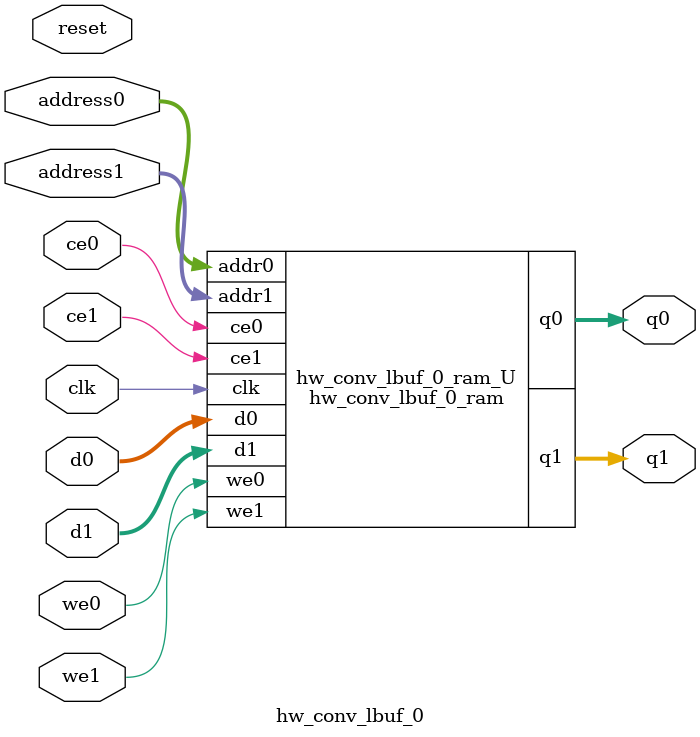
<source format=v>
`timescale 1 ns / 1 ps
module hw_conv_lbuf_0_ram (addr0, ce0, d0, we0, q0, addr1, ce1, d1, we1, q1,  clk);

parameter DWIDTH = 8;
parameter AWIDTH = 9;
parameter MEM_SIZE = 509;

input[AWIDTH-1:0] addr0;
input ce0;
input[DWIDTH-1:0] d0;
input we0;
output reg[DWIDTH-1:0] q0;
input[AWIDTH-1:0] addr1;
input ce1;
input[DWIDTH-1:0] d1;
input we1;
output reg[DWIDTH-1:0] q1;
input clk;

(* ram_style = "block" *)reg [DWIDTH-1:0] ram[0:MEM_SIZE-1];




always @(posedge clk)  
begin 
    if (ce0) 
    begin
        if (we0) 
        begin 
            ram[addr0] <= d0; 
        end 
        q0 <= ram[addr0];
    end
end


always @(posedge clk)  
begin 
    if (ce1) 
    begin
        if (we1) 
        begin 
            ram[addr1] <= d1; 
        end 
        q1 <= ram[addr1];
    end
end


endmodule

`timescale 1 ns / 1 ps
module hw_conv_lbuf_0(
    reset,
    clk,
    address0,
    ce0,
    we0,
    d0,
    q0,
    address1,
    ce1,
    we1,
    d1,
    q1);

parameter DataWidth = 32'd8;
parameter AddressRange = 32'd509;
parameter AddressWidth = 32'd9;
input reset;
input clk;
input[AddressWidth - 1:0] address0;
input ce0;
input we0;
input[DataWidth - 1:0] d0;
output[DataWidth - 1:0] q0;
input[AddressWidth - 1:0] address1;
input ce1;
input we1;
input[DataWidth - 1:0] d1;
output[DataWidth - 1:0] q1;



hw_conv_lbuf_0_ram hw_conv_lbuf_0_ram_U(
    .clk( clk ),
    .addr0( address0 ),
    .ce0( ce0 ),
    .we0( we0 ),
    .d0( d0 ),
    .q0( q0 ),
    .addr1( address1 ),
    .ce1( ce1 ),
    .we1( we1 ),
    .d1( d1 ),
    .q1( q1 ));

endmodule


</source>
